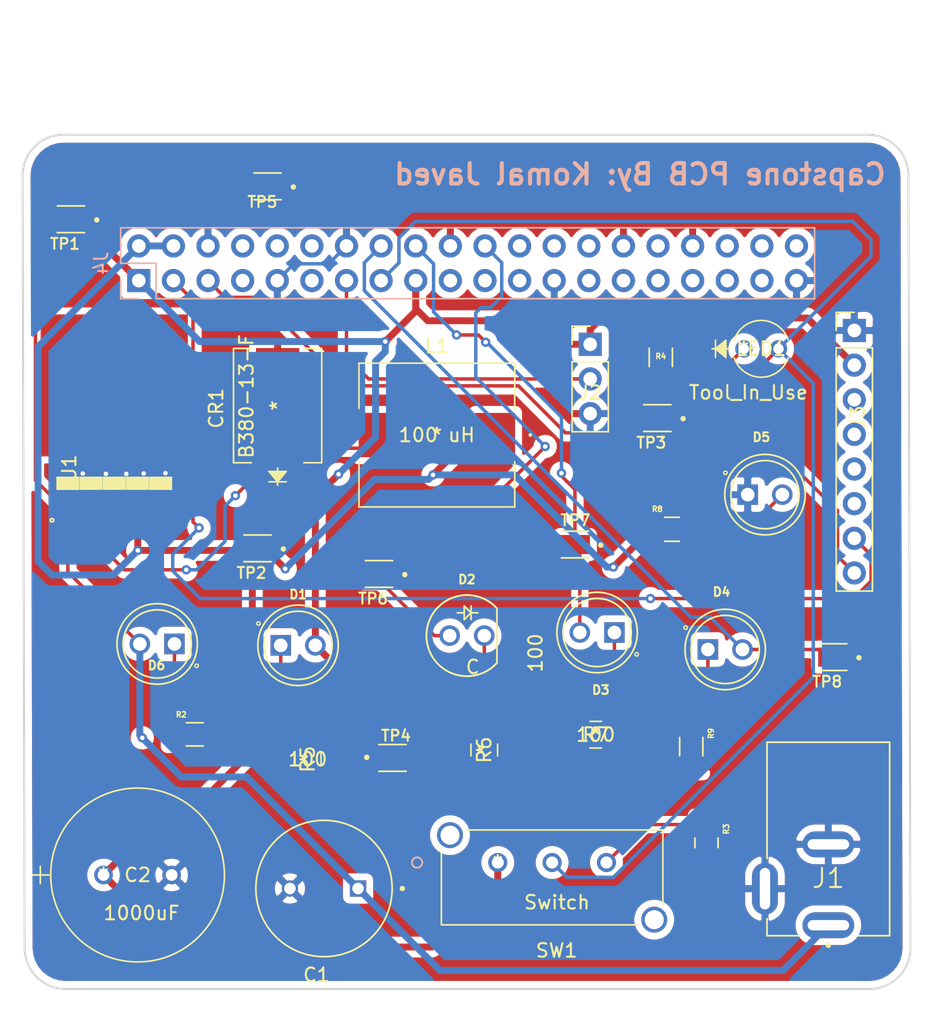
<source format=kicad_pcb>
(kicad_pcb (version 20171130) (host pcbnew "(5.1.10-1-10_14)")
  (title_block (title "Raspberry Pi Zero (W) uHAT Template Board") (date 2019-02-28) (rev 1.0) (comment 1 "This PCB design is licensed under MIT Open Source License."))
  (layers (0 F.Cu power) (31 B.Cu signal) (34 B.Paste user) (35 F.Paste user) (36 B.SilkS user) (37 F.SilkS user) (38 B.Mask user) (39 F.Mask user) (44 Edge.Cuts user))
  (net 0 "")
  (net 1 GND)
  (net 2 +3V3)
  (net 3 +5V)
  (net 4 +12V)
  (net 5 "Net-(J3-Pad3)")
  (net 6 "Net-(J3-Pad4)")
  (net 7 "Net-(J3-Pad5)")
  (net 8 "Net-(J3-Pad6)")
  (net 9 /raspberrypi_header.sch/Disable_LED)
  (net 10 /raspberrypi_header.sch/Data_Transfer)
  (net 11 "Net-(LED1-Pad1)")
  (net 12 /raspberrypi_header.sch/Enable_LED)
  (net 13 "Net-(D1-PadC)")
  (net 14 "Net-(D4-PadC)")
  (net 15 /raspberrypi_header.sch/GPIO4_GPIO_GCLK)
  (net 16 /raspberrypi_header.sch/GPIO14_TXD0)
  (net 17 /raspberrypi_header.sch/GPIO15_RXD0)
  (net 18 /raspberrypi_header.sch/GPIO17_GEN0)
  (net 19 /raspberrypi_header.sch/GPIO18_GEN1)
  (net 20 /raspberrypi_header.sch/GPIO10_SPI_MOSI)
  (net 21 /raspberrypi_header.sch/GPIO9_SPI_MISO)
  (net 22 /raspberrypi_header.sch/GPIO11_SPI_SCLK)
  (net 23 /raspberrypi_header.sch/GPIO8_SPI_CE0_N)
  (net 24 /raspberrypi_header.sch/GPIO7_SPI_CE1_N)
  (net 25 /raspberrypi_header.sch/ID_SD)
  (net 26 /raspberrypi_header.sch/ID_SC)
  (net 27 /raspberrypi_header.sch/GPIO5)
  (net 28 /raspberrypi_header.sch/GPIO6)
  (net 29 /raspberrypi_header.sch/GPIO12)
  (net 30 /raspberrypi_header.sch/GPIO13)
  (net 31 /raspberrypi_header.sch/GPIO19)
  (net 32 /raspberrypi_header.sch/GPIO16)
  (net 33 /raspberrypi_header.sch/GPIO26)
  (net 34 /raspberrypi_header.sch/GPIO20)
  (net 35 /raspberrypi_header.sch/GPIO21)
  (net 36 "Net-(CR1-Pad1)")
  (net 37 "Net-(D2-Pad1)")
  (net 38 "Net-(D3-PadC)")
  (net 39 "Net-(D5-PadA)")
  (net 40 "Net-(D6-PadC)")
  (net 41 "Net-(R3-Pad1)")
  (net 42 GPIO2_SDA1)
  (net 43 GPIO27_GEN2)
  (net 44 GPIO3_SCL1)
  (net 45 GPIO22_GEN3)
  (module URS1E102MHD1TO:URS1E102MHD1TO (layer F.Cu) (at 105.665 96.6)
    (fp_text reference C2 (at 2.5 0) (layer F.SilkS))
    (fp_text value 1000uF (at 2.794 2.794) (layer F.SilkS))
    (fp_text user * (at 0 0) (layer F.SilkS))
    (pad 2 thru_hole circle (at 5 0) (size 1.3716 1.3716) (drill 0.8636) (layers *.Cu *.Mask) (net 1 GND))
    (pad 1 thru_hole circle (at 0 0) (size 1.3716 1.3716) (drill 0.8636) (layers *.Cu *.Mask) (net 3 +5V))
  )
  (module "Blue LED:151034BS03000" (layer F.Cu) (at 152.655 58.0174)
    (fp_text reference LED1 (at 1.27 0) (layer F.SilkS))
    (fp_text value Tool_In_Use (at 0.3302 3.2004) (layer F.SilkS))
    (fp_text user * (at 0 0) (layer F.SilkS))
    (pad 1 thru_hole circle (at 0 0) (size 1.27 1.27) (drill 0.762) (layers *.Cu *.Mask) (net 11 "Net-(LED1-Pad1)"))
    (pad 2 thru_hole circle (at 2.54 0) (size 1.27 1.27) (drill 0.762) (layers *.Cu *.Mask) (net 45 GPIO22_GEN3))
  )
  (module EEUFS1K101:CAPPRD500W60D1000H1250 (layer F.Cu) (at 121.8448 97.5906 180)
    (fp_text reference C1 (at 0.55 -6.335) (layer F.SilkS))
    (fp_text value 100uF)
    (pad N thru_hole circle (at 2.5 0 180) (size 1.2 1.2) (drill 0.85) (layers *.Cu *.Mask) (net 1 GND))
    (pad P thru_hole rect (at -2.5 0 180) (size 1.2 1.2) (drill 0.85) (layers *.Cu *.Mask) (net 4 +12V))
  )
  (module WP7113GD:LED_WP7113GD (layer F.Cu) (at 154.2044 68.7108)
    (fp_text reference D5 (at -0.268468 -4.213773) (layer F.SilkS) (effects (font (size 0.641122 0.641122))))
    (fp_text value 5V)
    (pad C thru_hole rect (at -1.27 0) (size 1.508 1.508) (drill 1) (layers *.Cu *.Mask) (net 1 GND))
    (pad A thru_hole circle (at 1.27 0) (size 1.508 1.508) (drill 1) (layers *.Cu *.Mask) (net 39 "Net-(D5-PadA)"))
  )
  (module CRGCQ1206F820R:RESC3115X65N (layer F.Cu) (at 112.3584 86.2876)
    (fp_text reference R2 (at -0.99 -1.45) (layer F.SilkS) (effects (font (size 0.393701 0.393701))))
    (fp_text value 820)
    (pad 2 smd rect (at 1.46 0) (size 1.05 1.72) (layers F.Cu F.Paste F.Mask) (net 1 GND))
    (pad 1 smd rect (at -1.46 0) (size 1.05 1.72) (layers F.Cu F.Paste F.Mask) (net 40 "Net-(D6-PadC)"))
  )
  (module WP7113GD:LED_WP7113GD (layer F.Cu) (at 109.602 79.6582 180)
    (fp_text reference D6 (at 0.0508 -1.5748) (layer F.SilkS) (effects (font (size 0.641122 0.641122))))
    (fp_text value 12V)
    (pad C thru_hole rect (at -1.27 0 180) (size 1.508 1.508) (drill 1) (layers *.Cu *.Mask) (net 40 "Net-(D6-PadC)"))
    (pad A thru_hole circle (at 1.27 0 180) (size 1.508 1.508) (drill 1) (layers *.Cu *.Mask) (net 4 +12V))
  )
  (module ul_1825255-1:1825255-1 (layer F.Cu) (at 134.5956 95.6856)
    (fp_text reference SW1 (at 4.318 6.4516) (layer F.SilkS))
    (fp_text value Switch (at 4.3434 2.921) (layer F.SilkS))
    (fp_text user * (at 0 0) (layer F.SilkS))
    (pad 5 thru_hole circle (at 11.4808 4.191) (size 1.905 1.905) (drill 1.397) (layers *.Cu *.Mask))
    (pad 4 thru_hole circle (at -3.5052 -2.0066) (size 1.905 1.905) (drill 1.397) (layers *.Cu *.Mask))
    (pad 3 thru_hole circle (at 7.9756 0) (size 1.397 1.397) (drill 0.889) (layers *.Cu *.Mask) (net 41 "Net-(R3-Pad1)"))
    (pad 2 thru_hole circle (at 3.9878 0) (size 1.397 1.397) (drill 0.889) (layers *.Cu *.Mask) (net 45 GPIO22_GEN3))
    (pad 1 thru_hole circle (at 0 0) (size 1.397 1.397) (drill 0.889) (layers *.Cu *.Mask) (net 3 +5V))
  )
  (module IHLP-4040DZ_VIS:IHLP4040DZER101M11 (layer F.Cu) (at 130.1252 64.342 180)
    (fp_text reference L1 (at 0 6.5278) (layer F.SilkS))
    (fp_text value "100 uH" (at 0 0) (layer F.SilkS))
    (fp_text user * (at 0 0) (layer F.SilkS))
    (pad 2 smd rect (at 4.2799 0 270) (size 3.2512 2.921) (layers F.Cu F.Paste F.Mask) (net 36 "Net-(CR1-Pad1)"))
    (pad 1 smd rect (at -4.2799 0 270) (size 3.2512 2.921) (layers F.Cu F.Paste F.Mask) (net 3 +5V))
  )
  (module WP7113YD:LED_WP7113YD (layer F.Cu) (at 151.2834 80.0646)
    (fp_text reference D4 (at -0.268735 -4.217901) (layer F.SilkS) (effects (font (size 0.64175 0.64175))))
    (fp_text value Data_Transfer)
    (pad C thru_hole rect (at -1.27 0) (size 1.508 1.508) (drill 1) (layers *.Cu *.Mask) (net 14 "Net-(D4-PadC)"))
    (pad A thru_hole circle (at 1.27 0) (size 1.508 1.508) (drill 1) (layers *.Cu *.Mask) (net 10 /raspberrypi_header.sch/Data_Transfer))
  )
  (module LM2576D2TR4-5G:D2PAK-5 (layer F.Cu) (at 106.4524 65.5104 90)
    (fp_text reference U1 (at -1.27 -3.302 90) (layer F.SilkS) (effects (font (size 1.001354 1.001354))))
    (fp_text value LM2576D2TR4-5G)
    (pad 5 smd rect (at -4.5212 3.4036 90) (size 3 1.0668) (layers F.Cu F.Paste F.Mask) (net 1 GND))
    (pad 4 smd rect (at -4.5212 1.7018 90) (size 3 1.0668) (layers F.Cu F.Paste F.Mask) (net 3 +5V))
    (pad 3 smd rect (at -4.5212 0 90) (size 3 1.0668) (layers F.Cu F.Paste F.Mask) (net 1 GND))
    (pad 2 smd rect (at -4.5212 -1.7018 90) (size 3 1.0668) (layers F.Cu F.Paste F.Mask) (net 36 "Net-(CR1-Pad1)"))
    (pad 1 smd rect (at -4.5212 -3.4036 90) (size 3 1.0668) (layers F.Cu F.Paste F.Mask) (net 4 +12V))
    (pad 6 smd rect (at 4.81 0 90) (size 10.41 10.8) (layers F.Cu F.Paste F.Mask) (net 1 GND))
  )
  (module AC1206FR-07130RL:RESC3116X65N (layer F.Cu) (at 148.7942 87.1834 270)
    (fp_text reference R9 (at -0.96 -1.45 90) (layer F.SilkS) (effects (font (size 0.393701 0.393701))))
    (fp_text value 130)
    (pad 2 smd rect (at 1.48 0 270) (size 0.97 1.73) (layers F.Cu F.Paste F.Mask) (net 1 GND))
    (pad 1 smd rect (at -1.48 0 270) (size 0.97 1.73) (layers F.Cu F.Paste F.Mask) (net 14 "Net-(D4-PadC)"))
  )
  (module RMCF1206JT220R:RESC3216X70N (layer F.Cu) (at 147.379 71.2508)
    (fp_text reference R8 (at -1.08 -1.48) (layer F.SilkS) (effects (font (size 0.393701 0.393701))))
    (fp_text value 220)
    (pad 2 smd rect (at 1.466 0) (size 1.23 1.77) (layers F.Cu F.Paste F.Mask) (net 39 "Net-(D5-PadA)"))
    (pad 1 smd rect (at -1.466 0) (size 1.23 1.77) (layers F.Cu F.Paste F.Mask) (net 3 +5V))
  )
  (module footprints:RNCP1206FTD100R (layer F.Cu) (at 141.7838 86.313 180)
    (fp_text reference R7 (at 0 0) (layer F.SilkS))
    (fp_text value 100 (at 0 0) (layer F.SilkS))
    (fp_text user * (at 0 0) (layer F.SilkS))
    (pad 2 smd rect (at 1.2954 0 180) (size 1.1176 1.7018) (layers F.Cu F.Paste F.Mask) (net 1 GND))
    (pad 1 smd rect (at -1.2954 0 180) (size 1.1176 1.7018) (layers F.Cu F.Paste F.Mask) (net 38 "Net-(D3-PadC)"))
  )
  (module footprints:RNCP1206FTD100R (layer F.Cu) (at 133.605 87.4306 270)
    (fp_text reference R6 (at 0 0 90) (layer F.SilkS))
    (fp_text value 100 (at -7.112 -3.7592 90) (layer F.SilkS))
    (fp_text user * (at 0 0 90) (layer F.SilkS))
    (pad 2 smd rect (at 1.2954 0 270) (size 1.1176 1.7018) (layers F.Cu F.Paste F.Mask) (net 1 GND))
    (pad 1 smd rect (at -1.2954 0 270) (size 1.1176 1.7018) (layers F.Cu F.Paste F.Mask) (net 37 "Net-(D2-Pad1)"))
  )
  (module footprints:RNCP1206FTD100R (layer F.Cu) (at 120.651 88.1164 270)
    (fp_text reference R5 (at 0 0 90) (layer F.SilkS))
    (fp_text value 100 (at 0 0) (layer F.SilkS))
    (fp_text user * (at 0 0 90) (layer F.SilkS))
    (pad 2 smd rect (at 1.2954 0 270) (size 1.1176 1.7018) (layers F.Cu F.Paste F.Mask) (net 1 GND))
    (pad 1 smd rect (at -1.2954 0 270) (size 1.1176 1.7018) (layers F.Cu F.Paste F.Mask) (net 13 "Net-(D1-PadC)"))
  )
  (module RC1206FR-0742R2L:RESC3116X65N (layer F.Cu) (at 146.559 58.6456 90)
    (fp_text reference R4 (at 0.083 0) (layer F.SilkS) (effects (font (size 0.393701 0.393701))))
    (fp_text value 42.2)
    (pad 2 smd rect (at 1.48 0 90) (size 0.97 1.73) (layers F.Cu F.Paste F.Mask) (net 1 GND))
    (pad 1 smd rect (at -1.48 0 90) (size 0.97 1.73) (layers F.Cu F.Paste F.Mask) (net 11 "Net-(LED1-Pad1)"))
  )
  (module RNCP1206FTD10K0:RESC3115X60N (layer F.Cu) (at 149.9118 94.244 270)
    (fp_text reference R3 (at -1.01 -1.45 90) (layer F.SilkS) (effects (font (size 0.393701 0.393701))))
    (fp_text value 10k)
    (pad 2 smd rect (at 1.34 0 270) (size 1.34 1.72) (layers F.Cu F.Paste F.Mask) (net 1 GND))
    (pad 1 smd rect (at -1.34 0 270) (size 1.34 1.72) (layers F.Cu F.Paste F.Mask) (net 41 "Net-(R3-Pad1)"))
  )
  (module WP7113GD:LED_WP7113GD (layer F.Cu) (at 141.8854 78.82 180)
    (fp_text reference D3 (at -0.268468 -4.213773) (layer F.SilkS) (effects (font (size 0.641122 0.641122))))
    (fp_text value Enable)
    (pad C thru_hole rect (at -1.27 0 180) (size 1.508 1.508) (drill 1) (layers *.Cu *.Mask) (net 38 "Net-(D3-PadC)"))
    (pad A thru_hole circle (at 1.27 0 180) (size 1.508 1.508) (drill 1) (layers *.Cu *.Mask) (net 12 /raspberrypi_header.sch/Enable_LED))
  )
  (module WL-TMRC:LED-5MM-ROUND (layer F.Cu) (at 132.335 79.0486)
    (fp_text reference D2 (at -0.008 -4.1164) (layer F.SilkS) (effects (font (size 0.64 0.64))))
    (fp_text value Disable)
    (fp_text user C (at 0.42 2.3) (layer F.SilkS))
    (pad 1 thru_hole circle (at 1.27 0) (size 1.508 1.508) (drill 1) (layers *.Cu *.Mask) (net 37 "Net-(D2-Pad1)"))
    (pad 2 thru_hole circle (at -1.27 0) (size 1.508 1.508) (drill 1) (layers *.Cu *.Mask) (net 9 /raspberrypi_header.sch/Disable_LED))
  )
  (module B380-13-F:B380-13-F (layer F.Cu) (at 118.4412 62.18 90)
    (fp_text reference CR1 (at -0.2062 -4.5085 90) (layer F.SilkS))
    (fp_text value B380-13-F (at 0.6828 -2.286 90) (layer F.SilkS))
    (fp_text user * (at 0 0 90) (layer F.SilkS))
    (pad 2 smd rect (at 3.1272 0 180) (size 3.180001 2.1804) (layers F.Cu F.Paste F.Mask) (net 1 GND))
    (pad 1 smd rect (at -3.1272 0 180) (size 3.180001 2.1804) (layers F.Cu F.Paste F.Mask) (net 36 "Net-(CR1-Pad1)"))
  )
  (module Connector_PinHeader_2.54mm:PinHeader_1x03_P2.54mm_Vertical (layer F.Cu) (at 141.3774 57.6872)
    (fp_text reference J2 (at 0 3.556) (layer F.SilkS))
    (fp_text value Temp_Sense)
    (pad 1 thru_hole rect (at 0 0) (size 1.7 1.7) (drill 1) (layers *.Cu *.Mask) (net 2 +3V3))
    (pad 2 thru_hole oval (at 0 2.54) (size 1.7 1.7) (drill 1) (layers *.Cu *.Mask) (net 43 GPIO27_GEN2))
    (pad 3 thru_hole oval (at 0 5.08) (size 1.7 1.7) (drill 1) (layers *.Cu *.Mask) (net 1 GND))
  )
  (module Connector_PinHeader_2.54mm:PinHeader_1x08_P2.54mm_Vertical (layer F.Cu) (at 160.7576 56.6712)
    (fp_text reference J3 (at 0.254 6.35 270) (layer F.SilkS))
    (fp_text value Accel.)
    (pad 1 thru_hole rect (at 0 0) (size 1.7 1.7) (drill 1) (layers *.Cu *.Mask) (net 1 GND))
    (pad 2 thru_hole oval (at 0 2.54) (size 1.7 1.7) (drill 1) (layers *.Cu *.Mask) (net 2 +3V3))
    (pad 3 thru_hole oval (at 0 5.08) (size 1.7 1.7) (drill 1) (layers *.Cu *.Mask) (net 5 "Net-(J3-Pad3)"))
    (pad 4 thru_hole oval (at 0 7.62) (size 1.7 1.7) (drill 1) (layers *.Cu *.Mask) (net 6 "Net-(J3-Pad4)"))
    (pad 5 thru_hole oval (at 0 10.16) (size 1.7 1.7) (drill 1) (layers *.Cu *.Mask) (net 7 "Net-(J3-Pad5)"))
    (pad 6 thru_hole oval (at 0 12.7) (size 1.7 1.7) (drill 1) (layers *.Cu *.Mask) (net 8 "Net-(J3-Pad6)"))
    (pad 7 thru_hole oval (at 0 15.24) (size 1.7 1.7) (drill 1) (layers *.Cu *.Mask) (net 42 GPIO2_SDA1))
    (pad 8 thru_hole oval (at 0 17.78) (size 1.7 1.7) (drill 1) (layers *.Cu *.Mask) (net 44 GPIO3_SCL1))
  )
  (module EJ503A:MPD_EJ503A (layer F.Cu) (at 158.8526 97.603 180)
    (fp_text reference J1 (at 0 0.762 180) (layer F.SilkS) (effects (font (size 1.4 1.4))))
    (fp_text value EJ503A)
    (pad 3 thru_hole oval (at 4.65 0 180) (size 1.9 3.8) (drill oval 0.76 3.05) (layers *.Cu *.Mask) (net 1 GND))
    (pad 2 thru_hole oval (at 0 3.25 180) (size 3.8 1.9) (drill oval 3.05 0.76) (layers *.Cu *.Mask) (net 1 GND))
    (pad 1 thru_hole oval (at 0 -2.68 180) (size 3.8 1.9) (drill oval 3.05 0.76) (layers *.Cu *.Mask) (net 4 +12V))
  )
  (module S2751-46R:HARWIN_S2751-46R (layer F.Cu) (at 103.2774 48.5178 180)
    (fp_text reference TP1 (at 0.44 -1.808) (layer F.SilkS) (effects (font (size 0.8 0.8))))
    (fp_text value Vin_tp)
    (pad 1 smd rect (at 0 0 180) (size 2.2 1.4) (layers F.Cu F.Paste F.Mask) (net 4 +12V))
  )
  (module S2751-46R:HARWIN_S2751-46R (layer F.Cu) (at 116.968 72.6478 180)
    (fp_text reference TP2 (at 0.44 -1.808) (layer F.SilkS) (effects (font (size 0.8 0.8))))
    (fp_text value 5V_Reg_Vout_tp)
    (pad 1 smd rect (at 0 0 180) (size 2.2 1.4) (layers F.Cu F.Paste F.Mask) (net 3 +5V))
  )
  (module S2751-46R:HARWIN_S2751-46R (layer F.Cu) (at 146.305 63.0974 180)
    (fp_text reference TP3 (at 0.44 -1.808) (layer F.SilkS) (effects (font (size 0.8 0.8))))
    (fp_text value Tool_In_Use_tp)
    (pad 1 smd rect (at 0 0 180) (size 2.2 1.4) (layers F.Cu F.Paste F.Mask) (net 45 GPIO22_GEN3))
  )
  (module S2751-46R:HARWIN_S2751-46R (layer F.Cu) (at 126.874 88.0148)
    (fp_text reference TP4 (at 0.254 -1.6256) (layer F.SilkS) (effects (font (size 0.8 0.8))))
    (fp_text value 3.3V_tp)
    (pad 1 smd rect (at 0 0) (size 2.2 1.4) (layers F.Cu F.Paste F.Mask) (net 2 +3V3))
  )
  (module S2751-46R:HARWIN_S2751-46R (layer F.Cu) (at 117.7046 46.1048 180)
    (fp_text reference TP5 (at 0.381 -1.143) (layer F.SilkS) (effects (font (size 0.8 0.8))))
    (fp_text value GPIO1_tp)
    (pad 1 smd rect (at 0 0 180) (size 2.2 1.4) (layers F.Cu F.Paste F.Mask) (net 2 +3V3))
  )
  (module S2751-46R:HARWIN_S2751-46R (layer F.Cu) (at 125.8834 74.5274 180)
    (fp_text reference TP6 (at 0.44 -1.808) (layer F.SilkS) (effects (font (size 0.8 0.8))))
    (fp_text value Disable_tp)
    (pad 1 smd rect (at 0 0 180) (size 2.2 1.4) (layers F.Cu F.Paste F.Mask) (net 9 /raspberrypi_header.sch/Disable_LED))
  )
  (module S2751-46R:HARWIN_S2751-46R (layer F.Cu) (at 140.2598 72.3684 180)
    (fp_text reference TP7 (at -0.0254 1.778) (layer F.SilkS) (effects (font (size 0.8 0.8))))
    (fp_text value Enable_LED_tp)
    (pad 1 smd rect (at 0 0 180) (size 2.2 1.4) (layers F.Cu F.Paste F.Mask) (net 12 /raspberrypi_header.sch/Enable_LED))
  )
  (module S2751-46R:HARWIN_S2751-46R (layer F.Cu) (at 159.2082 80.6234 180)
    (fp_text reference TP8 (at 0.44 -1.808) (layer F.SilkS) (effects (font (size 0.8 0.8))))
    (fp_text value Data_Transfer_tp)
    (pad 1 smd rect (at 0 0 180) (size 2.2 1.4) (layers F.Cu F.Paste F.Mask) (net 10 /raspberrypi_header.sch/Data_Transfer))
  )
  (module WP7113GD:LED_WP7113GD (layer F.Cu) (at 119.9398 79.7598)
    (fp_text reference D1 (at 0 -3.7338) (layer F.SilkS) (effects (font (size 0.641122 0.641122))))
    (fp_text value 3.3V)
    (pad C thru_hole rect (at -1.27 0) (size 1.508 1.508) (drill 1) (layers *.Cu *.Mask) (net 13 "Net-(D1-PadC)"))
    (pad A thru_hole circle (at 1.27 0) (size 1.508 1.508) (drill 1) (layers *.Cu *.Mask) (net 2 +3V3))
  )
  (module lib:PinSocket_2x20_P2.54mm_Vertical_Centered_Anchor (layer B.Cu) (at 132.3858 51.7436 270)
    (fp_text reference J4 (at 0 26.9 270) (layer B.SilkS) (effects (justify mirror)))
    (fp_text value GPIO_CONNECTOR)
    (pad 1 thru_hole rect (at 1.27 24.13 270) (size 1.7 1.7) (drill 1) (layers *.Cu *.Mask) (net 2 +3V3))
    (pad 2 thru_hole oval (at -1.27 24.13 270) (size 1.7 1.7) (drill 1) (layers *.Cu *.Mask) (net 3 +5V))
    (pad 3 thru_hole oval (at 1.27 21.59 270) (size 1.7 1.7) (drill 1) (layers *.Cu *.Mask) (net 42 GPIO2_SDA1))
    (pad 4 thru_hole oval (at -1.27 21.59 270) (size 1.7 1.7) (drill 1) (layers *.Cu *.Mask) (net 3 +5V))
    (pad 5 thru_hole oval (at 1.27 19.05 270) (size 1.7 1.7) (drill 1) (layers *.Cu *.Mask) (net 44 GPIO3_SCL1))
    (pad 6 thru_hole oval (at -1.27 19.05 270) (size 1.7 1.7) (drill 1) (layers *.Cu *.Mask) (net 1 GND))
    (pad 7 thru_hole oval (at 1.27 16.51 270) (size 1.7 1.7) (drill 1) (layers *.Cu *.Mask) (net 15 /raspberrypi_header.sch/GPIO4_GPIO_GCLK))
    (pad 8 thru_hole oval (at -1.27 16.51 270) (size 1.7 1.7) (drill 1) (layers *.Cu *.Mask) (net 16 /raspberrypi_header.sch/GPIO14_TXD0))
    (pad 9 thru_hole oval (at 1.27 13.97 270) (size 1.7 1.7) (drill 1) (layers *.Cu *.Mask) (net 1 GND))
    (pad 10 thru_hole oval (at -1.27 13.97 270) (size 1.7 1.7) (drill 1) (layers *.Cu *.Mask) (net 17 /raspberrypi_header.sch/GPIO15_RXD0))
    (pad 11 thru_hole oval (at 1.27 11.43 270) (size 1.7 1.7) (drill 1) (layers *.Cu *.Mask) (net 18 /raspberrypi_header.sch/GPIO17_GEN0))
    (pad 12 thru_hole oval (at -1.27 11.43 270) (size 1.7 1.7) (drill 1) (layers *.Cu *.Mask) (net 19 /raspberrypi_header.sch/GPIO18_GEN1))
    (pad 13 thru_hole oval (at 1.27 8.89 270) (size 1.7 1.7) (drill 1) (layers *.Cu *.Mask) (net 43 GPIO27_GEN2))
    (pad 14 thru_hole oval (at -1.27 8.89 270) (size 1.7 1.7) (drill 1) (layers *.Cu *.Mask) (net 1 GND))
    (pad 15 thru_hole oval (at 1.27 6.35 270) (size 1.7 1.7) (drill 1) (layers *.Cu *.Mask) (net 45 GPIO22_GEN3))
    (pad 16 thru_hole oval (at -1.27 6.35 270) (size 1.7 1.7) (drill 1) (layers *.Cu *.Mask) (net 10 /raspberrypi_header.sch/Data_Transfer))
    (pad 17 thru_hole oval (at 1.27 3.81 270) (size 1.7 1.7) (drill 1) (layers *.Cu *.Mask) (net 2 +3V3))
    (pad 18 thru_hole oval (at -1.27 3.81 270) (size 1.7 1.7) (drill 1) (layers *.Cu *.Mask) (net 12 /raspberrypi_header.sch/Enable_LED))
    (pad 19 thru_hole oval (at 1.27 1.27 270) (size 1.7 1.7) (drill 1) (layers *.Cu *.Mask) (net 20 /raspberrypi_header.sch/GPIO10_SPI_MOSI))
    (pad 20 thru_hole oval (at -1.27 1.27 270) (size 1.7 1.7) (drill 1) (layers *.Cu *.Mask) (net 1 GND))
    (pad 21 thru_hole oval (at 1.27 -1.27 270) (size 1.7 1.7) (drill 1) (layers *.Cu *.Mask) (net 21 /raspberrypi_header.sch/GPIO9_SPI_MISO))
    (pad 22 thru_hole oval (at -1.27 -1.27 270) (size 1.7 1.7) (drill 1) (layers *.Cu *.Mask) (net 9 /raspberrypi_header.sch/Disable_LED))
    (pad 23 thru_hole oval (at 1.27 -3.81 270) (size 1.7 1.7) (drill 1) (layers *.Cu *.Mask) (net 22 /raspberrypi_header.sch/GPIO11_SPI_SCLK))
    (pad 24 thru_hole oval (at -1.27 -3.81 270) (size 1.7 1.7) (drill 1) (layers *.Cu *.Mask) (net 23 /raspberrypi_header.sch/GPIO8_SPI_CE0_N))
    (pad 25 thru_hole oval (at 1.27 -6.35 270) (size 1.7 1.7) (drill 1) (layers *.Cu *.Mask) (net 1 GND))
    (pad 26 thru_hole oval (at -1.27 -6.35 270) (size 1.7 1.7) (drill 1) (layers *.Cu *.Mask) (net 24 /raspberrypi_header.sch/GPIO7_SPI_CE1_N))
    (pad 27 thru_hole oval (at 1.27 -8.89 270) (size 1.7 1.7) (drill 1) (layers *.Cu *.Mask) (net 25 /raspberrypi_header.sch/ID_SD))
    (pad 28 thru_hole oval (at -1.27 -8.89 270) (size 1.7 1.7) (drill 1) (layers *.Cu *.Mask) (net 26 /raspberrypi_header.sch/ID_SC))
    (pad 29 thru_hole oval (at 1.27 -11.43 270) (size 1.7 1.7) (drill 1) (layers *.Cu *.Mask) (net 27 /raspberrypi_header.sch/GPIO5))
    (pad 30 thru_hole oval (at -1.27 -11.43 270) (size 1.7 1.7) (drill 1) (layers *.Cu *.Mask) (net 1 GND))
    (pad 31 thru_hole oval (at 1.27 -13.97 270) (size 1.7 1.7) (drill 1) (layers *.Cu *.Mask) (net 28 /raspberrypi_header.sch/GPIO6))
    (pad 32 thru_hole oval (at -1.27 -13.97 270) (size 1.7 1.7) (drill 1) (layers *.Cu *.Mask) (net 29 /raspberrypi_header.sch/GPIO12))
    (pad 33 thru_hole oval (at 1.27 -16.51 270) (size 1.7 1.7) (drill 1) (layers *.Cu *.Mask) (net 30 /raspberrypi_header.sch/GPIO13))
    (pad 34 thru_hole oval (at -1.27 -16.51 270) (size 1.7 1.7) (drill 1) (layers *.Cu *.Mask) (net 1 GND))
    (pad 35 thru_hole oval (at 1.27 -19.05 270) (size 1.7 1.7) (drill 1) (layers *.Cu *.Mask) (net 31 /raspberrypi_header.sch/GPIO19))
    (pad 36 thru_hole oval (at -1.27 -19.05 270) (size 1.7 1.7) (drill 1) (layers *.Cu *.Mask) (net 32 /raspberrypi_header.sch/GPIO16))
    (pad 37 thru_hole oval (at 1.27 -21.59 270) (size 1.7 1.7) (drill 1) (layers *.Cu *.Mask) (net 33 /raspberrypi_header.sch/GPIO26))
    (pad 38 thru_hole oval (at -1.27 -21.59 270) (size 1.7 1.7) (drill 1) (layers *.Cu *.Mask) (net 34 /raspberrypi_header.sch/GPIO20))
    (pad 39 thru_hole oval (at 1.27 -24.13 270) (size 1.7 1.7) (drill 1) (layers *.Cu *.Mask) (net 1 GND))
    (pad 40 thru_hole oval (at -1.27 -24.13 270) (size 1.7 1.7) (drill 1) (layers *.Cu *.Mask) (net 35 /raspberrypi_header.sch/GPIO21))
  )
  (gr_text "Capstone PCB By: Komal Javed" (at 145.035 45.2158) (layer B.SilkS) (effects (font (size 1.5 1.5) (thickness 0.3)) (justify mirror)))
  (gr_line (start 103.38 104.9555) (end 102.88 104.9555) (layer Edge.Cuts) (width 0.15))
  (gr_line (start 161.38 104.9555) (end 161.88 104.9555) (layer Edge.Cuts) (width 0.15))
  (gr_line (start 164.7276 45.3165) (end 164.88 101.9555) (layer Edge.Cuts) (width 0.15))
  (gr_line (start 102.7276 42.3165) (end 161.7276 42.3165) (layer Edge.Cuts) (width 0.15))
  (gr_line (start 99.88 101.9555) (end 99.7276 45.3165) (layer Edge.Cuts) (width 0.15))
  (gr_arc (start 102.7276 45.3165) (end 102.7276 42.3165) (angle -90) (layer Edge.Cuts) (width 0.15))
  (gr_arc (start 102.88 101.9555) (end 99.88 101.9555) (angle -90) (layer Edge.Cuts) (width 0.15))
  (gr_arc (start 161.88 101.9555) (end 161.88 104.9555) (angle -90) (layer Edge.Cuts) (width 0.15))
  (gr_arc (start 161.7276 45.3165) (end 164.7276 45.3165) (angle -90) (layer Edge.Cuts) (width 0.15))
  (gr_line (start 103.38 104.9555) (end 161.38 104.9555) (layer Edge.Cuts) (width 0.15))
  (via (at 110.2116 67.136) (size 0.6858) (drill 0.3302) (layers F.Cu B.Cu) (net 1))
  (via (at 108.6114 67.1614) (size 0.6858) (drill 0.3302) (layers F.Cu B.Cu) (net 1))
  (via (at 107.3414 67.1868) (size 0.6858) (drill 0.3302) (layers F.Cu B.Cu) (net 1))
  (via (at 105.8428 67.1868) (size 0.6858) (drill 0.3302) (layers F.Cu B.Cu) (net 1))
  (via (at 104.141 67.1614) (size 0.6858) (drill 0.3302) (layers F.Cu B.Cu) (net 1))
  (segment (start 122.186801 51.782599) (end 119.646801 51.782599) (width 0.254) (layer B.Cu) (net 1))
  (segment (start 119.646801 51.782599) (end 118.4158 53.0136) (width 0.254) (layer B.Cu) (net 1))
  (segment (start 123.4958 50.4736) (end 122.186801 51.782599) (width 0.254) (layer B.Cu) (net 1))
  (segment (start 126.874 85.424) (end 121.2098 79.7598) (width 0.508) (layer F.Cu) (net 2))
  (segment (start 126.874 88.0148) (end 126.874 85.424) (width 0.508) (layer F.Cu) (net 2))
  (via (at 122.9116 67.2122) (size 0.6858) (drill 0.3302) (layers F.Cu B.Cu) (net 2))
  (segment (start 121.2098 68.914) (end 122.9116 67.2122) (width 0.508) (layer F.Cu) (net 2))
  (segment (start 121.2098 79.7598) (end 121.2098 68.914) (width 0.508) (layer F.Cu) (net 2))
  (segment (start 141.3774 56.5832) (end 142.2038 55.7568) (width 0.508) (layer F.Cu) (net 2))
  (segment (start 141.3774 57.6872) (end 141.3774 56.5832) (width 0.508) (layer F.Cu) (net 2))
  (segment (start 157.3032 55.7568) (end 160.7576 59.2112) (width 0.508) (layer F.Cu) (net 2))
  (segment (start 142.2038 55.7568) (end 157.3032 55.7568) (width 0.508) (layer F.Cu) (net 2))
  (segment (start 108.2558 53.0136) (end 106.0968 50.8546) (width 0.508) (layer F.Cu) (net 2))
  (segment (start 106.0968 50.810718) (end 106.1222 50.785318) (width 0.508) (layer F.Cu) (net 2))
  (segment (start 106.0968 50.8546) (end 106.0968 50.810718) (width 0.508) (layer F.Cu) (net 2))
  (segment (start 106.1222 50.785318) (end 106.1222 47.9844) (width 0.508) (layer F.Cu) (net 2))
  (segment (start 108.0018 46.1048) (end 117.7046 46.1048) (width 0.508) (layer F.Cu) (net 2))
  (segment (start 106.1222 47.9844) (end 108.0018 46.1048) (width 0.508) (layer F.Cu) (net 2))
  (segment (start 139.0914 57.6872) (end 141.3774 57.6872) (width 0.508) (layer F.Cu) (net 2))
  (segment (start 129.460226 55.96) (end 137.3642 55.96) (width 0.508) (layer F.Cu) (net 2))
  (segment (start 137.3642 55.96) (end 139.0914 57.6872) (width 0.508) (layer F.Cu) (net 2))
  (segment (start 128.5758 55.075574) (end 129.460226 55.96) (width 0.508) (layer F.Cu) (net 2))
  (segment (start 128.5758 53.0136) (end 128.5758 55.075574) (width 0.508) (layer F.Cu) (net 2))
  (via (at 126.3406 57.484) (size 0.6858) (drill 0.3302) (layers F.Cu B.Cu) (net 2))
  (segment (start 128.5758 55.2488) (end 126.3406 57.484) (width 0.508) (layer F.Cu) (net 2))
  (segment (start 128.5758 53.0136) (end 128.5758 55.2488) (width 0.508) (layer F.Cu) (net 2))
  (segment (start 112.7262 57.484) (end 108.2558 53.0136) (width 0.508) (layer B.Cu) (net 2))
  (segment (start 126.3406 57.484) (end 112.7262 57.484) (width 0.508) (layer B.Cu) (net 2))
  (segment (start 126.3406 57.484) (end 126.3406 58.2206) (width 0.508) (layer B.Cu) (net 2))
  (segment (start 126.3406 58.2206) (end 125.6294 58.9318) (width 0.508) (layer B.Cu) (net 2))
  (segment (start 125.6294 64.4944) (end 122.9116 67.2122) (width 0.508) (layer B.Cu) (net 2))
  (segment (start 125.6294 58.9318) (end 125.6294 64.4944) (width 0.508) (layer B.Cu) (net 2))
  (segment (start 129.7442 101.8832) (end 110.9482 101.8832) (width 0.508) (layer F.Cu) (net 3))
  (segment (start 110.9482 101.8832) (end 105.665 96.6) (width 0.508) (layer F.Cu) (net 3))
  (segment (start 134.5956 95.6856) (end 134.5956 97.0318) (width 0.508) (layer F.Cu) (net 3))
  (segment (start 134.5956 97.0318) (end 129.7442 101.8832) (width 0.508) (layer F.Cu) (net 3))
  (segment (start 106.731801 95.533199) (end 108.535201 95.533199) (width 0.508) (layer F.Cu) (net 3))
  (segment (start 105.665 96.6) (end 106.731801 95.533199) (width 0.508) (layer F.Cu) (net 3))
  (segment (start 116.587 73.0288) (end 116.968 72.6478) (width 0.508) (layer F.Cu) (net 3))
  (segment (start 116.587 87.4814) (end 116.587 73.0288) (width 0.508) (layer F.Cu) (net 3))
  (segment (start 108.535201 95.533199) (end 116.587 87.4814) (width 0.508) (layer F.Cu) (net 3))
  (via (at 119 74.1464) (size 0.6858) (drill 0.3302) (layers F.Cu B.Cu) (net 3))
  (segment (start 117.5014 72.6478) (end 119 74.1464) (width 0.508) (layer F.Cu) (net 3))
  (segment (start 116.968 72.6478) (end 117.5014 72.6478) (width 0.508) (layer F.Cu) (net 3))
  (segment (start 119 74.1464) (end 125.5532 67.5932) (width 0.508) (layer B.Cu) (net 3))
  (segment (start 129.5156 67.5932) (end 129.8458 67.263) (width 0.508) (layer B.Cu) (net 3))
  (via (at 129.8458 67.263) (size 0.6858) (drill 0.3302) (layers F.Cu B.Cu) (net 3))
  (segment (start 125.5532 67.5932) (end 129.5156 67.5932) (width 0.508) (layer B.Cu) (net 3))
  (segment (start 132.7668 64.342) (end 134.4051 64.342) (width 0.508) (layer F.Cu) (net 3))
  (segment (start 129.8458 67.263) (end 132.7668 64.342) (width 0.508) (layer F.Cu) (net 3))
  (segment (start 145.8478 71.2508) (end 143.0792 74.0194) (width 0.508) (layer F.Cu) (net 3))
  (via (at 143.0792 74.0194) (size 0.6858) (drill 0.3302) (layers F.Cu B.Cu) (net 3))
  (segment (start 145.913 71.2508) (end 145.8478 71.2508) (width 0.508) (layer F.Cu) (net 3))
  (segment (start 135.837867 67.263) (end 129.8458 67.263) (width 0.508) (layer B.Cu) (net 3))
  (segment (start 142.594267 74.0194) (end 135.837867 67.263) (width 0.508) (layer B.Cu) (net 3))
  (segment (start 143.0792 74.0194) (end 142.594267 74.0194) (width 0.508) (layer B.Cu) (net 3))
  (via (at 108.1796 72.8002) (size 0.6858) (drill 0.3302) (layers F.Cu B.Cu) (net 3))
  (segment (start 108.078 70.8538) (end 108.4336 70.4982) (width 0.508) (layer F.Cu) (net 3))
  (segment (start 108.078 70.1078) (end 108.1542 70.0316) (width 0.508) (layer F.Cu) (net 3))
  (segment (start 116.8156 72.8002) (end 116.968 72.6478) (width 0.508) (layer F.Cu) (net 3))
  (segment (start 108.1796 72.8002) (end 116.8156 72.8002) (width 0.508) (layer F.Cu) (net 3))
  (segment (start 108.1796 70.057) (end 108.1542 70.0316) (width 0.508) (layer F.Cu) (net 3))
  (segment (start 108.1796 72.8002) (end 108.1796 70.057) (width 0.508) (layer F.Cu) (net 3))
  (segment (start 110.7958 50.4736) (end 108.2558 50.4736) (width 0.508) (layer B.Cu) (net 3))
  (segment (start 108.2558 50.4736) (end 100.8644 57.865) (width 0.508) (layer B.Cu) (net 3))
  (segment (start 100.8644 57.865) (end 100.8644 73.5876) (width 0.508) (layer B.Cu) (net 3))
  (segment (start 100.8644 73.5876) (end 101.8804 74.6036) (width 0.508) (layer B.Cu) (net 3))
  (segment (start 106.3762 74.6036) (end 108.1796 72.8002) (width 0.508) (layer B.Cu) (net 3))
  (segment (start 101.8804 74.6036) (end 106.3762 74.6036) (width 0.508) (layer B.Cu) (net 3))
  (segment (start 130.351901 103.597701) (end 124.3448 97.5906) (width 0.508) (layer B.Cu) (net 4))
  (segment (start 116.166 89.4118) (end 124.3448 97.5906) (width 0.508) (layer B.Cu) (net 4))
  (segment (start 115.063 89.4118) (end 116.166 89.4118) (width 0.508) (layer B.Cu) (net 4))
  (segment (start 108.5098 86.5416) (end 111.38 89.4118) (width 0.508) (layer B.Cu) (net 4))
  (via (at 108.5098 86.5416) (size 0.6858) (drill 0.3302) (layers F.Cu B.Cu) (net 4))
  (segment (start 155.537899 103.597701) (end 158.8526 100.283) (width 0.508) (layer B.Cu) (net 4))
  (segment (start 130.351901 103.597701) (end 155.537899 103.597701) (width 0.508) (layer B.Cu) (net 4))
  (segment (start 108.332 86.3638) (end 108.5098 86.5416) (width 0.508) (layer B.Cu) (net 4))
  (segment (start 108.332 79.6582) (end 108.332 86.3638) (width 0.508) (layer B.Cu) (net 4))
  (segment (start 111.38 89.4118) (end 115.063 89.4118) (width 0.508) (layer B.Cu) (net 4))
  (segment (start 100.671399 67.654199) (end 103.0488 70.0316) (width 0.254) (layer F.Cu) (net 4))
  (segment (start 100.671399 51.123801) (end 100.671399 67.654199) (width 0.254) (layer F.Cu) (net 4))
  (segment (start 103.2774 48.5178) (end 100.671399 51.123801) (width 0.254) (layer F.Cu) (net 4))
  (segment (start 103.0488 74.375) (end 108.332 79.6582) (width 0.254) (layer F.Cu) (net 4))
  (segment (start 103.0488 70.0316) (end 103.0488 74.375) (width 0.254) (layer F.Cu) (net 4))
  (segment (start 132.982699 60.087499) (end 138.0754 65.1802) (width 0.254) (layer B.Cu) (net 9))
  (segment (start 132.982699 55.383927) (end 132.982699 60.087499) (width 0.254) (layer B.Cu) (net 9))
  (via (at 138.0754 65.1802) (size 0.6858) (drill 0.3302) (layers F.Cu B.Cu) (net 9))
  (segment (start 134.079473 54.982099) (end 133.384527 54.982099) (width 0.254) (layer B.Cu) (net 9))
  (segment (start 133.384527 54.982099) (end 132.982699 55.383927) (width 0.254) (layer B.Cu) (net 9))
  (segment (start 133.6558 50.4736) (end 134.886801 51.704601) (width 0.254) (layer B.Cu) (net 9))
  (segment (start 134.886801 54.174771) (end 134.079473 54.982099) (width 0.254) (layer B.Cu) (net 9))
  (segment (start 134.886801 51.704601) (end 134.886801 54.174771) (width 0.254) (layer B.Cu) (net 9))
  (segment (start 128.7282 74.5274) (end 125.8834 74.5274) (width 0.254) (layer F.Cu) (net 9))
  (segment (start 138.0754 65.1802) (end 128.7282 74.5274) (width 0.254) (layer F.Cu) (net 9))
  (segment (start 131.065 79.0486) (end 129.9474 79.0486) (width 0.254) (layer F.Cu) (net 9))
  (segment (start 125.8834 74.9846) (end 125.8834 74.5274) (width 0.254) (layer F.Cu) (net 9))
  (segment (start 129.9474 79.0486) (end 125.8834 74.9846) (width 0.254) (layer F.Cu) (net 9))
  (segment (start 124.804799 51.704601) (end 126.0358 50.4736) (width 0.254) (layer B.Cu) (net 10))
  (segment (start 124.804799 53.742973) (end 124.804799 51.704601) (width 0.254) (layer B.Cu) (net 10))
  (segment (start 150.173799 77.684999) (end 148.746825 77.684999) (width 0.254) (layer B.Cu) (net 10))
  (segment (start 148.746825 77.684999) (end 124.804799 53.742973) (width 0.254) (layer B.Cu) (net 10))
  (segment (start 152.5534 80.0646) (end 150.173799 77.684999) (width 0.254) (layer B.Cu) (net 10))
  (segment (start 158.6494 80.0646) (end 159.2082 80.6234) (width 0.254) (layer F.Cu) (net 10))
  (segment (start 152.5534 80.0646) (end 158.6494 80.0646) (width 0.254) (layer F.Cu) (net 10))
  (segment (start 150.5468 60.1256) (end 152.655 58.0174) (width 0.254) (layer F.Cu) (net 11))
  (segment (start 146.559 60.1256) (end 150.5468 60.1256) (width 0.254) (layer F.Cu) (net 11))
  (segment (start 140.6154 72.724) (end 140.2598 72.3684) (width 0.254) (layer F.Cu) (net 12))
  (segment (start 140.6154 78.82) (end 140.6154 72.724) (width 0.254) (layer F.Cu) (net 12))
  (segment (start 140.2598 72.3684) (end 140.2598 68.3298) (width 0.254) (layer F.Cu) (net 12))
  (via (at 139.2692 67.136) (size 0.6858) (drill 0.3302) (layers F.Cu B.Cu) (net 12))
  (segment (start 139.2692 67.3392) (end 139.2692 67.136) (width 0.254) (layer F.Cu) (net 12))
  (segment (start 140.2598 68.3298) (end 139.2692 67.3392) (width 0.254) (layer F.Cu) (net 12))
  (segment (start 139.2692 67.136) (end 139.2692 63.0212) (width 0.254) (layer B.Cu) (net 12))
  (segment (start 133.7828 57.5348) (end 133.7066 57.5348) (width 0.254) (layer B.Cu) (net 12))
  (via (at 133.7066 57.5348) (size 0.6858) (drill 0.3302) (layers F.Cu B.Cu) (net 12))
  (segment (start 139.2692 63.0212) (end 133.7828 57.5348) (width 0.254) (layer B.Cu) (net 12))
  (via (at 131.573 57.0014) (size 0.6858) (drill 0.3302) (layers F.Cu B.Cu) (net 12))
  (segment (start 133.1732 57.0014) (end 133.7066 57.5348) (width 0.254) (layer F.Cu) (net 12))
  (segment (start 131.573 57.0014) (end 133.1732 57.0014) (width 0.254) (layer F.Cu) (net 12))
  (segment (start 129.884799 51.782599) (end 129.884799 55.313199) (width 0.254) (layer B.Cu) (net 12))
  (segment (start 129.884799 55.313199) (end 131.573 57.0014) (width 0.254) (layer B.Cu) (net 12))
  (segment (start 128.5758 50.4736) (end 129.884799 51.782599) (width 0.254) (layer B.Cu) (net 12))
  (segment (start 118.6698 84.8398) (end 120.651 86.821) (width 0.254) (layer F.Cu) (net 13))
  (segment (start 118.6698 79.7598) (end 118.6698 84.8398) (width 0.254) (layer F.Cu) (net 13))
  (segment (start 150.0134 84.4842) (end 148.7942 85.7034) (width 0.254) (layer F.Cu) (net 14))
  (segment (start 150.0134 80.0646) (end 150.0134 84.4842) (width 0.254) (layer F.Cu) (net 14))
  (via (at 111.7356 74.2226) (size 0.6858) (drill 0.3302) (layers F.Cu B.Cu) (net 36))
  (segment (start 111.7356 74.2226) (end 112.4976 74.2226) (width 0.254) (layer B.Cu) (net 36))
  (segment (start 112.4976 74.2226) (end 114.5804 72.1398) (width 0.254) (layer B.Cu) (net 36))
  (via (at 115.3424 68.787) (size 0.6858) (drill 0.3302) (layers F.Cu B.Cu) (net 36))
  (segment (start 114.5804 69.549) (end 115.3424 68.787) (width 0.254) (layer B.Cu) (net 36))
  (segment (start 114.5804 72.1398) (end 114.5804 69.549) (width 0.254) (layer B.Cu) (net 36))
  (segment (start 118.4412 65.6882) (end 118.4412 65.3072) (width 0.254) (layer F.Cu) (net 36))
  (segment (start 115.3424 68.787) (end 118.4412 65.6882) (width 0.254) (layer F.Cu) (net 36))
  (segment (start 124.8801 65.3072) (end 125.8453 64.342) (width 0.254) (layer F.Cu) (net 36))
  (segment (start 118.4412 65.3072) (end 124.8801 65.3072) (width 0.254) (layer F.Cu) (net 36))
  (segment (start 107.1876 74.2226) (end 111.7356 74.2226) (width 0.254) (layer F.Cu) (net 36))
  (segment (start 104.7506 71.7856) (end 107.1876 74.2226) (width 0.254) (layer F.Cu) (net 36))
  (segment (start 104.7506 70.0316) (end 104.7506 71.7856) (width 0.254) (layer F.Cu) (net 36))
  (segment (start 133.605 79.0486) (end 133.605 86.1352) (width 0.254) (layer F.Cu) (net 37))
  (segment (start 143.1554 86.2368) (end 143.0792 86.313) (width 0.254) (layer F.Cu) (net 38))
  (segment (start 143.1554 78.82) (end 143.1554 86.2368) (width 0.254) (layer F.Cu) (net 38))
  (segment (start 152.9344 71.2508) (end 155.4744 68.7108) (width 0.254) (layer F.Cu) (net 39))
  (segment (start 148.845 71.2508) (end 152.9344 71.2508) (width 0.254) (layer F.Cu) (net 39))
  (segment (start 110.872 86.2612) (end 110.8984 86.2876) (width 0.254) (layer F.Cu) (net 40))
  (segment (start 110.872 79.6582) (end 110.872 86.2612) (width 0.254) (layer F.Cu) (net 40))
  (segment (start 145.3528 92.904) (end 142.5712 95.6856) (width 0.254) (layer F.Cu) (net 41))
  (segment (start 149.9118 92.904) (end 145.3528 92.904) (width 0.254) (layer F.Cu) (net 41))
  (via (at 145.797 76.3308) (size 0.6858) (drill 0.3302) (layers F.Cu B.Cu) (net 42))
  (segment (start 161.988601 75.042081) (end 161.988601 73.142201) (width 0.254) (layer F.Cu) (net 42))
  (segment (start 160.699882 76.3308) (end 161.988601 75.042081) (width 0.254) (layer F.Cu) (net 42))
  (segment (start 161.988601 73.142201) (end 160.7576 71.9112) (width 0.254) (layer F.Cu) (net 42))
  (segment (start 145.797 76.3308) (end 160.699882 76.3308) (width 0.254) (layer F.Cu) (net 42))
  (via (at 112.6754 71.1492) (size 0.6858) (drill 0.3302) (layers F.Cu B.Cu) (net 42))
  (segment (start 112.233401 70.707201) (end 112.6754 71.1492) (width 0.254) (layer F.Cu) (net 42))
  (segment (start 112.233401 54.451201) (end 112.233401 70.707201) (width 0.254) (layer F.Cu) (net 42))
  (segment (start 110.7958 53.0136) (end 112.233401 54.451201) (width 0.254) (layer F.Cu) (net 42))
  (segment (start 112.6754 71.1492) (end 110.745 73.0796) (width 0.254) (layer B.Cu) (net 42))
  (segment (start 112.772426 76.3308) (end 145.797 76.3308) (width 0.254) (layer B.Cu) (net 42))
  (segment (start 110.745 74.303374) (end 112.772426 76.3308) (width 0.254) (layer B.Cu) (net 42))
  (segment (start 110.745 73.0796) (end 110.745 74.303374) (width 0.254) (layer B.Cu) (net 42))
  (segment (start 123.4958 53.0136) (end 123.4958 58.6016) (width 0.254) (layer F.Cu) (net 43))
  (segment (start 125.1214 60.2272) (end 141.3774 60.2272) (width 0.254) (layer F.Cu) (net 43))
  (segment (start 123.4958 58.6016) (end 125.1214 60.2272) (width 0.254) (layer F.Cu) (net 43))
  (segment (start 116.999004 54.244601) (end 114.566801 54.244601) (width 0.254) (layer F.Cu) (net 44))
  (segment (start 123.489613 60.73521) (end 116.999004 54.244601) (width 0.254) (layer F.Cu) (net 44))
  (segment (start 136.115844 60.73521) (end 123.489613 60.73521) (width 0.254) (layer F.Cu) (net 44))
  (segment (start 139.559035 64.178401) (end 136.115844 60.73521) (width 0.254) (layer F.Cu) (net 44))
  (segment (start 114.566801 54.244601) (end 113.3358 53.0136) (width 0.254) (layer F.Cu) (net 44))
  (segment (start 153.815603 64.178401) (end 139.559035 64.178401) (width 0.254) (layer F.Cu) (net 44))
  (segment (start 159.526599 69.889397) (end 153.815603 64.178401) (width 0.254) (layer F.Cu) (net 44))
  (segment (start 159.526599 73.220199) (end 159.526599 69.889397) (width 0.254) (layer F.Cu) (net 44))
  (segment (start 160.7576 74.4512) (end 159.526599 73.220199) (width 0.254) (layer F.Cu) (net 44))
  (segment (start 128.557318 48.6702) (end 160.6306 48.6702) (width 0.254) (layer B.Cu) (net 45))
  (segment (start 160.6306 48.6702) (end 161.9768 50.0164) (width 0.254) (layer B.Cu) (net 45))
  (segment (start 161.9768 51.2356) (end 155.195 58.0174) (width 0.254) (layer B.Cu) (net 45))
  (segment (start 127.344799 49.882719) (end 128.557318 48.6702) (width 0.254) (layer B.Cu) (net 45))
  (segment (start 126.0358 53.0136) (end 127.344799 51.704601) (width 0.254) (layer B.Cu) (net 45))
  (segment (start 127.344799 51.704601) (end 127.344799 49.882719) (width 0.254) (layer B.Cu) (net 45))
  (segment (start 161.9768 50.0164) (end 161.9768 51.2356) (width 0.254) (layer B.Cu) (net 45))
  (segment (start 138.5834 95.6856) (end 139.662901 96.765101) (width 0.254) (layer B.Cu) (net 45))
  (segment (start 143.089361 96.765101) (end 157.746801 82.107661) (width 0.254) (layer B.Cu) (net 45))
  (segment (start 139.662901 96.765101) (end 143.089361 96.765101) (width 0.254) (layer B.Cu) (net 45))
  (segment (start 157.746801 82.107661) (end 157.746801 60.569201) (width 0.254) (layer B.Cu) (net 45))
  (segment (start 157.746801 60.569201) (end 155.195 58.0174) (width 0.254) (layer B.Cu) (net 45))
  (segment (start 155.195 58.0174) (end 155.284799 57.927601) (width 0.254) (layer B.Cu) (net 45))
  (segment (start 155.195 58.0174) (end 150.115 63.0974) (width 0.254) (layer F.Cu) (net 45))
  (segment (start 150.115 63.0974) (end 146.305 63.0974) (width 0.254) (layer F.Cu) (net 45))
  (zone (net 1) (net_name GND) (layer F.Cu) (connect_pads (clearance 0.508)) (min_thickness 0.254) (fill yes (arc_segments 16) (thermal_gap 0.508) (thermal_bridge_width 0.508))
    (polygon (pts (xy 166.3964 32.6936) (xy 166.752 107.268) (xy 98.172 107.522) (xy 98.0704 32.4396)))
  )
  (zone (net 1) (net_name GND) (layer F.Cu) (connect_pads (clearance 0.508)) (min_thickness 0.254) (fill yes (arc_segments 32) (thermal_gap 0.508) (thermal_bridge_width 0.508))
    (polygon (pts (xy 110.9482 67.771) (xy 102.7694 67.6948) (xy 102.744 65.993) (xy 110.9482 65.993)))
  )
  (zone (net 1) (net_name GND) (layer B.Cu) (connect_pads (clearance 0.508)) (min_thickness 0.254) (fill yes (arc_segments 16) (thermal_gap 0.508) (thermal_bridge_width 0.508))
    (polygon (pts (xy 166.4218 32.6936) (xy 166.752 107.1918) (xy 98.1974 107.522) (xy 98.0704 32.465)))
  )
)
</source>
